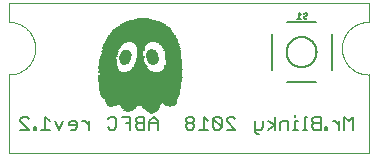
<source format=gbo>
G75*
%MOIN*%
%OFA0B0*%
%FSLAX25Y25*%
%IPPOS*%
%LPD*%
%AMOC8*
5,1,8,0,0,1.08239X$1,22.5*
%
%ADD10C,0.00000*%
%ADD11C,0.00800*%
%ADD12R,0.01000X0.00200*%
%ADD13R,0.02000X0.00200*%
%ADD14R,0.02800X0.00200*%
%ADD15R,0.01400X0.00200*%
%ADD16R,0.03200X0.00200*%
%ADD17R,0.02400X0.00200*%
%ADD18R,0.03800X0.00200*%
%ADD19R,0.03000X0.00200*%
%ADD20R,0.04000X0.00200*%
%ADD21R,0.03600X0.00200*%
%ADD22R,0.04400X0.00200*%
%ADD23R,0.04800X0.00200*%
%ADD24R,0.05200X0.00200*%
%ADD25R,0.05400X0.00200*%
%ADD26R,0.05000X0.00200*%
%ADD27R,0.05800X0.00200*%
%ADD28R,0.01600X0.00200*%
%ADD29R,0.06000X0.00200*%
%ADD30R,0.00400X0.00200*%
%ADD31R,0.02600X0.00200*%
%ADD32R,0.13200X0.00200*%
%ADD33R,0.13800X0.00200*%
%ADD34R,0.18000X0.00200*%
%ADD35R,0.04200X0.00200*%
%ADD36R,0.18400X0.00200*%
%ADD37R,0.23600X0.00200*%
%ADD38R,0.23800X0.00200*%
%ADD39R,0.24400X0.00200*%
%ADD40R,0.24600X0.00200*%
%ADD41R,0.25200X0.00200*%
%ADD42R,0.25600X0.00200*%
%ADD43R,0.26000X0.00200*%
%ADD44R,0.26200X0.00200*%
%ADD45R,0.26400X0.00200*%
%ADD46R,0.26600X0.00200*%
%ADD47R,0.26800X0.00200*%
%ADD48R,0.27000X0.00200*%
%ADD49R,0.27200X0.00200*%
%ADD50R,0.27400X0.00200*%
%ADD51R,0.27600X0.00200*%
%ADD52R,0.27800X0.00200*%
%ADD53R,0.28000X0.00200*%
%ADD54R,0.07800X0.00200*%
%ADD55R,0.09200X0.00200*%
%ADD56R,0.00200X0.00200*%
%ADD57R,0.07600X0.00200*%
%ADD58R,0.07400X0.00200*%
%ADD59R,0.08400X0.00200*%
%ADD60R,0.07200X0.00200*%
%ADD61R,0.07000X0.00200*%
%ADD62R,0.06800X0.00200*%
%ADD63R,0.06600X0.00200*%
%ADD64R,0.06400X0.00200*%
%ADD65R,0.06200X0.00200*%
%ADD66R,0.05600X0.00200*%
%ADD67R,0.01200X0.00200*%
%ADD68R,0.03400X0.00200*%
%ADD69R,0.02200X0.00200*%
%ADD70R,0.04600X0.00200*%
%ADD71R,0.24200X0.00200*%
%ADD72R,0.24000X0.00200*%
%ADD73R,0.23400X0.00200*%
%ADD74R,0.23200X0.00200*%
%ADD75R,0.23000X0.00200*%
%ADD76R,0.22800X0.00200*%
%ADD77R,0.22400X0.00200*%
%ADD78R,0.22000X0.00200*%
%ADD79R,0.21600X0.00200*%
%ADD80R,0.21400X0.00200*%
%ADD81R,0.21200X0.00200*%
%ADD82R,0.20800X0.00200*%
%ADD83R,0.20600X0.00200*%
%ADD84R,0.20200X0.00200*%
%ADD85R,0.19800X0.00200*%
%ADD86R,0.19400X0.00200*%
%ADD87R,0.19000X0.00200*%
%ADD88R,0.18800X0.00200*%
%ADD89R,0.17200X0.00200*%
%ADD90R,0.16800X0.00200*%
%ADD91R,0.16400X0.00200*%
%ADD92R,0.15600X0.00200*%
%ADD93R,0.15200X0.00200*%
%ADD94R,0.14400X0.00200*%
%ADD95R,0.14000X0.00200*%
%ADD96R,0.13000X0.00200*%
%ADD97R,0.12400X0.00200*%
%ADD98R,0.11400X0.00200*%
%ADD99R,0.10600X0.00200*%
%ADD100R,0.09000X0.00200*%
%ADD101R,0.08000X0.00200*%
%ADD102C,0.00500*%
D10*
X0033333Y0005000D02*
X0033333Y0031250D01*
X0033546Y0031253D01*
X0033759Y0031260D01*
X0033972Y0031273D01*
X0034184Y0031291D01*
X0034396Y0031315D01*
X0034607Y0031343D01*
X0034817Y0031377D01*
X0035027Y0031416D01*
X0035236Y0031459D01*
X0035443Y0031508D01*
X0035649Y0031562D01*
X0035854Y0031621D01*
X0036057Y0031685D01*
X0036259Y0031754D01*
X0036459Y0031827D01*
X0036657Y0031906D01*
X0036853Y0031989D01*
X0037047Y0032077D01*
X0037239Y0032170D01*
X0037428Y0032268D01*
X0037615Y0032370D01*
X0037800Y0032476D01*
X0037982Y0032587D01*
X0038161Y0032703D01*
X0038337Y0032822D01*
X0038511Y0032946D01*
X0038681Y0033074D01*
X0038848Y0033207D01*
X0039012Y0033343D01*
X0039172Y0033483D01*
X0039329Y0033627D01*
X0039482Y0033775D01*
X0039632Y0033927D01*
X0039778Y0034082D01*
X0039920Y0034241D01*
X0040059Y0034403D01*
X0040193Y0034568D01*
X0040323Y0034737D01*
X0040449Y0034909D01*
X0040571Y0035084D01*
X0040689Y0035261D01*
X0040802Y0035442D01*
X0040911Y0035625D01*
X0041015Y0035811D01*
X0041115Y0035999D01*
X0041210Y0036190D01*
X0041300Y0036383D01*
X0041386Y0036578D01*
X0041467Y0036775D01*
X0041543Y0036974D01*
X0041614Y0037175D01*
X0041681Y0037377D01*
X0041742Y0037581D01*
X0041798Y0037787D01*
X0041850Y0037994D01*
X0041896Y0038202D01*
X0041937Y0038411D01*
X0041974Y0038621D01*
X0042005Y0038831D01*
X0042031Y0039043D01*
X0042051Y0039255D01*
X0042067Y0039468D01*
X0042077Y0039680D01*
X0042082Y0039893D01*
X0042082Y0040107D01*
X0042077Y0040320D01*
X0042067Y0040532D01*
X0042051Y0040745D01*
X0042031Y0040957D01*
X0042005Y0041169D01*
X0041974Y0041379D01*
X0041937Y0041589D01*
X0041896Y0041798D01*
X0041850Y0042006D01*
X0041798Y0042213D01*
X0041742Y0042419D01*
X0041681Y0042623D01*
X0041614Y0042825D01*
X0041543Y0043026D01*
X0041467Y0043225D01*
X0041386Y0043422D01*
X0041300Y0043617D01*
X0041210Y0043810D01*
X0041115Y0044001D01*
X0041015Y0044189D01*
X0040911Y0044375D01*
X0040802Y0044558D01*
X0040689Y0044739D01*
X0040571Y0044916D01*
X0040449Y0045091D01*
X0040323Y0045263D01*
X0040193Y0045432D01*
X0040059Y0045597D01*
X0039920Y0045759D01*
X0039778Y0045918D01*
X0039632Y0046073D01*
X0039482Y0046225D01*
X0039329Y0046373D01*
X0039172Y0046517D01*
X0039012Y0046657D01*
X0038848Y0046793D01*
X0038681Y0046926D01*
X0038511Y0047054D01*
X0038337Y0047178D01*
X0038161Y0047297D01*
X0037982Y0047413D01*
X0037800Y0047524D01*
X0037615Y0047630D01*
X0037428Y0047732D01*
X0037239Y0047830D01*
X0037047Y0047923D01*
X0036853Y0048011D01*
X0036657Y0048094D01*
X0036459Y0048173D01*
X0036259Y0048246D01*
X0036057Y0048315D01*
X0035854Y0048379D01*
X0035649Y0048438D01*
X0035443Y0048492D01*
X0035236Y0048541D01*
X0035027Y0048584D01*
X0034817Y0048623D01*
X0034607Y0048657D01*
X0034396Y0048685D01*
X0034184Y0048709D01*
X0033972Y0048727D01*
X0033759Y0048740D01*
X0033546Y0048747D01*
X0033333Y0048750D01*
X0033333Y0054961D01*
X0153333Y0055000D01*
X0153333Y0048750D01*
X0153119Y0048754D01*
X0152905Y0048753D01*
X0152691Y0048746D01*
X0152477Y0048735D01*
X0152264Y0048718D01*
X0152051Y0048696D01*
X0151839Y0048668D01*
X0151627Y0048636D01*
X0151416Y0048598D01*
X0151207Y0048556D01*
X0150998Y0048508D01*
X0150790Y0048455D01*
X0150584Y0048397D01*
X0150380Y0048334D01*
X0150177Y0048266D01*
X0149975Y0048193D01*
X0149776Y0048115D01*
X0149578Y0048032D01*
X0149383Y0047944D01*
X0149190Y0047852D01*
X0148999Y0047755D01*
X0148811Y0047653D01*
X0148625Y0047547D01*
X0148441Y0047436D01*
X0148261Y0047321D01*
X0148083Y0047202D01*
X0147909Y0047078D01*
X0147737Y0046950D01*
X0147569Y0046818D01*
X0147404Y0046681D01*
X0147242Y0046541D01*
X0147084Y0046397D01*
X0146929Y0046249D01*
X0146778Y0046097D01*
X0146631Y0045941D01*
X0146488Y0045782D01*
X0146348Y0045620D01*
X0146213Y0045454D01*
X0146081Y0045285D01*
X0145954Y0045113D01*
X0145831Y0044937D01*
X0145713Y0044759D01*
X0145598Y0044578D01*
X0145489Y0044394D01*
X0145384Y0044208D01*
X0145283Y0044019D01*
X0145187Y0043827D01*
X0145096Y0043634D01*
X0145009Y0043438D01*
X0144928Y0043240D01*
X0144851Y0043040D01*
X0144779Y0042838D01*
X0144712Y0042635D01*
X0144650Y0042430D01*
X0144593Y0042224D01*
X0144541Y0042016D01*
X0144495Y0041807D01*
X0144453Y0041597D01*
X0144416Y0041386D01*
X0144385Y0041174D01*
X0144359Y0040962D01*
X0144338Y0040748D01*
X0144322Y0040535D01*
X0144312Y0040321D01*
X0144307Y0040107D01*
X0144307Y0039893D01*
X0144312Y0039679D01*
X0144322Y0039465D01*
X0144338Y0039252D01*
X0144359Y0039038D01*
X0144385Y0038826D01*
X0144416Y0038614D01*
X0144453Y0038403D01*
X0144495Y0038193D01*
X0144541Y0037984D01*
X0144593Y0037776D01*
X0144650Y0037570D01*
X0144712Y0037365D01*
X0144779Y0037162D01*
X0144851Y0036960D01*
X0144928Y0036760D01*
X0145009Y0036562D01*
X0145096Y0036366D01*
X0145187Y0036173D01*
X0145283Y0035981D01*
X0145384Y0035792D01*
X0145489Y0035606D01*
X0145598Y0035422D01*
X0145713Y0035241D01*
X0145831Y0035063D01*
X0145954Y0034887D01*
X0146081Y0034715D01*
X0146213Y0034546D01*
X0146348Y0034380D01*
X0146488Y0034218D01*
X0146631Y0034059D01*
X0146778Y0033903D01*
X0146929Y0033751D01*
X0147084Y0033603D01*
X0147242Y0033459D01*
X0147404Y0033319D01*
X0147569Y0033182D01*
X0147737Y0033050D01*
X0147909Y0032922D01*
X0148083Y0032798D01*
X0148261Y0032679D01*
X0148441Y0032564D01*
X0148625Y0032453D01*
X0148811Y0032347D01*
X0148999Y0032245D01*
X0149190Y0032148D01*
X0149383Y0032056D01*
X0149578Y0031968D01*
X0149776Y0031885D01*
X0149975Y0031807D01*
X0150177Y0031734D01*
X0150380Y0031666D01*
X0150584Y0031603D01*
X0150790Y0031545D01*
X0150998Y0031492D01*
X0151207Y0031444D01*
X0151416Y0031402D01*
X0151627Y0031364D01*
X0151839Y0031332D01*
X0152051Y0031304D01*
X0152264Y0031282D01*
X0152477Y0031265D01*
X0152691Y0031254D01*
X0152905Y0031247D01*
X0153119Y0031246D01*
X0153333Y0031250D01*
X0153333Y0005000D01*
X0033333Y0005000D01*
D11*
X0037161Y0012900D02*
X0039963Y0012900D01*
X0037161Y0015702D01*
X0037161Y0016403D01*
X0037862Y0017104D01*
X0039263Y0017104D01*
X0039963Y0016403D01*
X0041565Y0013601D02*
X0041565Y0012900D01*
X0042265Y0012900D01*
X0042265Y0013601D01*
X0041565Y0013601D01*
X0044067Y0012900D02*
X0046869Y0012900D01*
X0045468Y0012900D02*
X0045468Y0017104D01*
X0046869Y0015702D01*
X0048671Y0015702D02*
X0050072Y0012900D01*
X0051473Y0015702D01*
X0053275Y0015002D02*
X0053275Y0014301D01*
X0056077Y0014301D01*
X0056077Y0013601D02*
X0056077Y0015002D01*
X0055377Y0015702D01*
X0053975Y0015702D01*
X0053275Y0015002D01*
X0055377Y0012900D02*
X0056077Y0013601D01*
X0055377Y0012900D02*
X0053975Y0012900D01*
X0057812Y0015702D02*
X0058513Y0015702D01*
X0059914Y0014301D01*
X0059914Y0012900D02*
X0059914Y0015702D01*
X0066319Y0016403D02*
X0067020Y0017104D01*
X0068421Y0017104D01*
X0069122Y0016403D01*
X0069122Y0013601D01*
X0068421Y0012900D01*
X0067020Y0012900D01*
X0066319Y0013601D01*
X0070923Y0017104D02*
X0073725Y0017104D01*
X0073725Y0012900D01*
X0075527Y0013601D02*
X0076228Y0012900D01*
X0078329Y0012900D01*
X0078329Y0017104D01*
X0076228Y0017104D01*
X0075527Y0016403D01*
X0075527Y0015702D01*
X0076228Y0015002D01*
X0078329Y0015002D01*
X0080131Y0015002D02*
X0082933Y0015002D01*
X0082933Y0015702D02*
X0081532Y0017104D01*
X0080131Y0015702D01*
X0080131Y0012900D01*
X0082933Y0012900D02*
X0082933Y0015702D01*
X0076228Y0015002D02*
X0075527Y0014301D01*
X0075527Y0013601D01*
X0073725Y0015002D02*
X0072324Y0015002D01*
X0092186Y0015702D02*
X0092886Y0015002D01*
X0094288Y0015002D01*
X0094988Y0015702D01*
X0094988Y0016403D01*
X0094288Y0017104D01*
X0092886Y0017104D01*
X0092186Y0016403D01*
X0092186Y0015702D01*
X0092886Y0015002D02*
X0092186Y0014301D01*
X0092186Y0013601D01*
X0092886Y0012900D01*
X0094288Y0012900D01*
X0094988Y0013601D01*
X0094988Y0014301D01*
X0094288Y0015002D01*
X0096790Y0012900D02*
X0099592Y0012900D01*
X0098191Y0012900D02*
X0098191Y0017104D01*
X0099592Y0015702D01*
X0101394Y0016403D02*
X0104196Y0013601D01*
X0103495Y0012900D01*
X0102094Y0012900D01*
X0101394Y0013601D01*
X0101394Y0016403D01*
X0102094Y0017104D01*
X0103495Y0017104D01*
X0104196Y0016403D01*
X0104196Y0013601D01*
X0105998Y0012900D02*
X0108800Y0012900D01*
X0105998Y0015702D01*
X0105998Y0016403D01*
X0106698Y0017104D01*
X0108099Y0017104D01*
X0108800Y0016403D01*
X0115205Y0015702D02*
X0115205Y0012199D01*
X0115906Y0011499D01*
X0116607Y0011499D01*
X0117307Y0012900D02*
X0115205Y0012900D01*
X0117307Y0012900D02*
X0118008Y0013601D01*
X0118008Y0015702D01*
X0119743Y0015702D02*
X0121844Y0014301D01*
X0119743Y0012900D01*
X0121844Y0012900D02*
X0121844Y0017104D01*
X0123646Y0015002D02*
X0123646Y0012900D01*
X0126448Y0012900D02*
X0126448Y0015702D01*
X0124347Y0015702D01*
X0123646Y0015002D01*
X0128116Y0012900D02*
X0129518Y0012900D01*
X0128817Y0012900D02*
X0128817Y0015702D01*
X0129518Y0015702D01*
X0128817Y0017104D02*
X0128817Y0017804D01*
X0131886Y0017104D02*
X0131886Y0012900D01*
X0131186Y0012900D02*
X0132587Y0012900D01*
X0134388Y0013601D02*
X0135089Y0012900D01*
X0137191Y0012900D01*
X0137191Y0017104D01*
X0135089Y0017104D01*
X0134388Y0016403D01*
X0134388Y0015702D01*
X0135089Y0015002D01*
X0137191Y0015002D01*
X0135089Y0015002D02*
X0134388Y0014301D01*
X0134388Y0013601D01*
X0138792Y0013601D02*
X0138792Y0012900D01*
X0139493Y0012900D01*
X0139493Y0013601D01*
X0138792Y0013601D01*
X0141228Y0015702D02*
X0141928Y0015702D01*
X0143329Y0014301D01*
X0143329Y0012900D02*
X0143329Y0015702D01*
X0145131Y0017104D02*
X0145131Y0012900D01*
X0147933Y0012900D02*
X0147933Y0017104D01*
X0146532Y0015702D01*
X0145131Y0017104D01*
X0132587Y0017104D02*
X0131886Y0017104D01*
X0135715Y0028750D02*
X0125951Y0028750D01*
X0120833Y0032687D02*
X0120833Y0044813D01*
X0125833Y0048750D02*
X0135715Y0048750D01*
X0140833Y0044813D02*
X0140833Y0032687D01*
X0125833Y0038750D02*
X0125835Y0038891D01*
X0125841Y0039032D01*
X0125851Y0039172D01*
X0125865Y0039312D01*
X0125883Y0039452D01*
X0125904Y0039591D01*
X0125930Y0039730D01*
X0125959Y0039868D01*
X0125993Y0040004D01*
X0126030Y0040140D01*
X0126071Y0040275D01*
X0126116Y0040409D01*
X0126165Y0040541D01*
X0126217Y0040672D01*
X0126273Y0040801D01*
X0126333Y0040928D01*
X0126396Y0041054D01*
X0126462Y0041178D01*
X0126533Y0041301D01*
X0126606Y0041421D01*
X0126683Y0041539D01*
X0126763Y0041655D01*
X0126847Y0041768D01*
X0126933Y0041879D01*
X0127023Y0041988D01*
X0127116Y0042094D01*
X0127211Y0042197D01*
X0127310Y0042298D01*
X0127411Y0042396D01*
X0127515Y0042491D01*
X0127622Y0042583D01*
X0127731Y0042672D01*
X0127843Y0042757D01*
X0127957Y0042840D01*
X0128073Y0042920D01*
X0128192Y0042996D01*
X0128313Y0043068D01*
X0128435Y0043138D01*
X0128560Y0043203D01*
X0128686Y0043266D01*
X0128814Y0043324D01*
X0128944Y0043379D01*
X0129075Y0043431D01*
X0129208Y0043478D01*
X0129342Y0043522D01*
X0129477Y0043563D01*
X0129613Y0043599D01*
X0129750Y0043631D01*
X0129888Y0043660D01*
X0130026Y0043685D01*
X0130166Y0043705D01*
X0130306Y0043722D01*
X0130446Y0043735D01*
X0130587Y0043744D01*
X0130727Y0043749D01*
X0130868Y0043750D01*
X0131009Y0043747D01*
X0131150Y0043740D01*
X0131290Y0043729D01*
X0131430Y0043714D01*
X0131570Y0043695D01*
X0131709Y0043673D01*
X0131847Y0043646D01*
X0131985Y0043616D01*
X0132121Y0043581D01*
X0132257Y0043543D01*
X0132391Y0043501D01*
X0132525Y0043455D01*
X0132657Y0043406D01*
X0132787Y0043352D01*
X0132916Y0043295D01*
X0133043Y0043235D01*
X0133169Y0043171D01*
X0133292Y0043103D01*
X0133414Y0043032D01*
X0133534Y0042958D01*
X0133651Y0042880D01*
X0133766Y0042799D01*
X0133879Y0042715D01*
X0133990Y0042628D01*
X0134098Y0042537D01*
X0134203Y0042444D01*
X0134306Y0042347D01*
X0134406Y0042248D01*
X0134503Y0042146D01*
X0134597Y0042041D01*
X0134688Y0041934D01*
X0134776Y0041824D01*
X0134861Y0041712D01*
X0134943Y0041597D01*
X0135022Y0041480D01*
X0135097Y0041361D01*
X0135169Y0041240D01*
X0135237Y0041117D01*
X0135302Y0040992D01*
X0135364Y0040865D01*
X0135421Y0040736D01*
X0135476Y0040606D01*
X0135526Y0040475D01*
X0135573Y0040342D01*
X0135616Y0040208D01*
X0135655Y0040072D01*
X0135690Y0039936D01*
X0135722Y0039799D01*
X0135749Y0039661D01*
X0135773Y0039522D01*
X0135793Y0039382D01*
X0135809Y0039242D01*
X0135821Y0039102D01*
X0135829Y0038961D01*
X0135833Y0038820D01*
X0135833Y0038680D01*
X0135829Y0038539D01*
X0135821Y0038398D01*
X0135809Y0038258D01*
X0135793Y0038118D01*
X0135773Y0037978D01*
X0135749Y0037839D01*
X0135722Y0037701D01*
X0135690Y0037564D01*
X0135655Y0037428D01*
X0135616Y0037292D01*
X0135573Y0037158D01*
X0135526Y0037025D01*
X0135476Y0036894D01*
X0135421Y0036764D01*
X0135364Y0036635D01*
X0135302Y0036508D01*
X0135237Y0036383D01*
X0135169Y0036260D01*
X0135097Y0036139D01*
X0135022Y0036020D01*
X0134943Y0035903D01*
X0134861Y0035788D01*
X0134776Y0035676D01*
X0134688Y0035566D01*
X0134597Y0035459D01*
X0134503Y0035354D01*
X0134406Y0035252D01*
X0134306Y0035153D01*
X0134203Y0035056D01*
X0134098Y0034963D01*
X0133990Y0034872D01*
X0133879Y0034785D01*
X0133766Y0034701D01*
X0133651Y0034620D01*
X0133534Y0034542D01*
X0133414Y0034468D01*
X0133292Y0034397D01*
X0133169Y0034329D01*
X0133043Y0034265D01*
X0132916Y0034205D01*
X0132787Y0034148D01*
X0132657Y0034094D01*
X0132525Y0034045D01*
X0132391Y0033999D01*
X0132257Y0033957D01*
X0132121Y0033919D01*
X0131985Y0033884D01*
X0131847Y0033854D01*
X0131709Y0033827D01*
X0131570Y0033805D01*
X0131430Y0033786D01*
X0131290Y0033771D01*
X0131150Y0033760D01*
X0131009Y0033753D01*
X0130868Y0033750D01*
X0130727Y0033751D01*
X0130587Y0033756D01*
X0130446Y0033765D01*
X0130306Y0033778D01*
X0130166Y0033795D01*
X0130026Y0033815D01*
X0129888Y0033840D01*
X0129750Y0033869D01*
X0129613Y0033901D01*
X0129477Y0033937D01*
X0129342Y0033978D01*
X0129208Y0034022D01*
X0129075Y0034069D01*
X0128944Y0034121D01*
X0128814Y0034176D01*
X0128686Y0034234D01*
X0128560Y0034297D01*
X0128435Y0034362D01*
X0128313Y0034432D01*
X0128192Y0034504D01*
X0128073Y0034580D01*
X0127957Y0034660D01*
X0127843Y0034743D01*
X0127731Y0034828D01*
X0127622Y0034917D01*
X0127515Y0035009D01*
X0127411Y0035104D01*
X0127310Y0035202D01*
X0127211Y0035303D01*
X0127116Y0035406D01*
X0127023Y0035512D01*
X0126933Y0035621D01*
X0126847Y0035732D01*
X0126763Y0035845D01*
X0126683Y0035961D01*
X0126606Y0036079D01*
X0126533Y0036199D01*
X0126462Y0036322D01*
X0126396Y0036446D01*
X0126333Y0036572D01*
X0126273Y0036699D01*
X0126217Y0036828D01*
X0126165Y0036959D01*
X0126116Y0037091D01*
X0126071Y0037225D01*
X0126030Y0037360D01*
X0125993Y0037496D01*
X0125959Y0037632D01*
X0125930Y0037770D01*
X0125904Y0037909D01*
X0125883Y0038048D01*
X0125865Y0038188D01*
X0125851Y0038328D01*
X0125841Y0038468D01*
X0125835Y0038609D01*
X0125833Y0038750D01*
D12*
X0080933Y0039400D03*
X0081133Y0018200D03*
D13*
X0081033Y0018400D03*
X0081433Y0034600D03*
X0080833Y0039200D03*
X0072433Y0039000D03*
X0071833Y0034600D03*
D14*
X0071833Y0035000D03*
X0077033Y0035400D03*
X0077033Y0035600D03*
X0077033Y0035800D03*
X0081433Y0035000D03*
X0072433Y0038600D03*
X0077233Y0040000D03*
X0077233Y0040200D03*
X0087033Y0020600D03*
X0081033Y0018600D03*
D15*
X0073133Y0018800D03*
X0071733Y0034400D03*
D16*
X0072033Y0035400D03*
X0072433Y0038400D03*
X0077233Y0040600D03*
X0081433Y0035200D03*
X0087033Y0020800D03*
X0081033Y0018800D03*
X0067633Y0020800D03*
D17*
X0073233Y0019000D03*
X0071833Y0034800D03*
X0077233Y0036600D03*
X0077233Y0036800D03*
X0077233Y0037000D03*
X0077233Y0039000D03*
X0077233Y0039200D03*
X0077233Y0039400D03*
X0077233Y0039600D03*
X0077233Y0039800D03*
X0080833Y0039000D03*
X0081433Y0034800D03*
X0072433Y0038800D03*
D18*
X0072333Y0037600D03*
X0072133Y0037200D03*
X0072133Y0037000D03*
X0077133Y0034400D03*
X0077133Y0034200D03*
X0081333Y0035800D03*
X0081333Y0036000D03*
X0077333Y0041000D03*
X0078133Y0049600D03*
X0086933Y0021000D03*
X0080933Y0019000D03*
D19*
X0073133Y0019200D03*
X0071933Y0035200D03*
X0077133Y0035200D03*
X0080933Y0038600D03*
X0080933Y0038800D03*
X0077333Y0040400D03*
D20*
X0081033Y0038000D03*
X0081033Y0037800D03*
X0081233Y0036600D03*
X0081233Y0036400D03*
X0081233Y0036200D03*
X0077233Y0034000D03*
X0072033Y0036200D03*
X0072033Y0036400D03*
X0072033Y0036600D03*
X0072033Y0036800D03*
X0072233Y0037400D03*
X0073233Y0019600D03*
X0080833Y0019200D03*
D21*
X0073233Y0019400D03*
X0067833Y0021000D03*
X0077033Y0034600D03*
X0081433Y0035400D03*
X0081433Y0035600D03*
X0081033Y0038200D03*
X0081033Y0038400D03*
X0072233Y0038000D03*
X0072233Y0037800D03*
X0072033Y0036000D03*
X0072033Y0035800D03*
D22*
X0086833Y0021400D03*
X0080833Y0019400D03*
X0073233Y0019800D03*
D23*
X0073233Y0020000D03*
X0080833Y0019600D03*
X0086833Y0021600D03*
X0077233Y0033600D03*
D24*
X0080633Y0019800D03*
D25*
X0080733Y0020000D03*
X0073333Y0020400D03*
X0077133Y0033000D03*
X0088133Y0036200D03*
X0088133Y0036400D03*
X0088133Y0036600D03*
X0088133Y0036800D03*
X0088133Y0037000D03*
X0088133Y0037200D03*
X0087933Y0038200D03*
X0087933Y0038400D03*
D26*
X0077333Y0041600D03*
X0077133Y0033400D03*
X0077133Y0033200D03*
X0073333Y0020200D03*
D27*
X0080733Y0020200D03*
X0077133Y0032600D03*
X0077133Y0032800D03*
X0088133Y0033400D03*
X0088133Y0033600D03*
X0088133Y0033800D03*
X0088133Y0034000D03*
X0087733Y0039000D03*
X0087533Y0039600D03*
X0087533Y0039800D03*
X0087333Y0040200D03*
X0077333Y0041800D03*
X0067533Y0040400D03*
X0067533Y0040200D03*
X0067333Y0040000D03*
X0067333Y0039800D03*
X0066933Y0038800D03*
X0066533Y0037200D03*
X0066333Y0036200D03*
X0066333Y0036000D03*
X0066333Y0035800D03*
X0066333Y0035600D03*
X0066333Y0035400D03*
X0066333Y0035200D03*
X0066333Y0035000D03*
X0078133Y0049400D03*
D28*
X0072433Y0039200D03*
X0067433Y0020400D03*
D29*
X0080633Y0020400D03*
X0088033Y0033200D03*
X0087433Y0040000D03*
X0087233Y0040400D03*
X0087033Y0040800D03*
X0067833Y0040800D03*
X0067633Y0040600D03*
X0066233Y0034800D03*
X0066233Y0034600D03*
D30*
X0087033Y0020400D03*
D31*
X0067533Y0020600D03*
X0077133Y0036000D03*
X0077133Y0036200D03*
X0077133Y0036400D03*
D32*
X0077033Y0020800D03*
X0077033Y0020600D03*
D33*
X0076933Y0021000D03*
D34*
X0074833Y0021200D03*
X0077833Y0046600D03*
D35*
X0077333Y0041200D03*
X0081133Y0037600D03*
X0081133Y0037400D03*
X0081133Y0037200D03*
X0081133Y0037000D03*
X0081133Y0036800D03*
X0077133Y0033800D03*
X0086933Y0021200D03*
D36*
X0074833Y0021400D03*
X0074833Y0021600D03*
X0077833Y0046400D03*
D37*
X0077433Y0022000D03*
X0077433Y0021800D03*
D38*
X0077333Y0022200D03*
X0077333Y0022400D03*
X0077333Y0022600D03*
X0077333Y0022800D03*
X0077533Y0042600D03*
X0077533Y0042800D03*
D39*
X0077233Y0023000D03*
D40*
X0077133Y0023200D03*
D41*
X0077033Y0023400D03*
D42*
X0077033Y0023600D03*
D43*
X0077033Y0023800D03*
X0077033Y0024000D03*
D44*
X0077133Y0024200D03*
D45*
X0077033Y0024400D03*
X0077033Y0024600D03*
D46*
X0077133Y0024800D03*
D47*
X0077033Y0025000D03*
X0077033Y0025200D03*
X0077033Y0025400D03*
X0077033Y0025600D03*
X0077033Y0026000D03*
D48*
X0077133Y0026200D03*
X0077133Y0025800D03*
D49*
X0077033Y0026400D03*
X0077033Y0026600D03*
X0077033Y0026800D03*
D50*
X0077133Y0027000D03*
X0077133Y0027200D03*
X0077133Y0027400D03*
X0077133Y0027600D03*
X0077133Y0027800D03*
D51*
X0077033Y0028000D03*
X0077033Y0028200D03*
X0077033Y0028400D03*
X0077233Y0030800D03*
X0077233Y0031000D03*
X0077233Y0031200D03*
X0077233Y0031400D03*
D52*
X0077133Y0031600D03*
X0077133Y0030600D03*
X0077133Y0030400D03*
X0077133Y0030200D03*
X0077133Y0029800D03*
X0077133Y0029600D03*
X0077133Y0029400D03*
X0077133Y0029200D03*
X0077133Y0029000D03*
X0077133Y0028800D03*
X0077133Y0028600D03*
D53*
X0077233Y0030000D03*
D54*
X0067133Y0031800D03*
D55*
X0077033Y0031800D03*
D56*
X0081933Y0031800D03*
D57*
X0087233Y0031800D03*
X0085833Y0042000D03*
X0069033Y0042000D03*
D58*
X0086133Y0041800D03*
X0076933Y0032200D03*
X0066933Y0032000D03*
D59*
X0077033Y0032000D03*
D60*
X0087433Y0032000D03*
X0068833Y0041800D03*
D61*
X0066733Y0032200D03*
D62*
X0066633Y0032400D03*
X0066633Y0032600D03*
X0077233Y0042000D03*
X0086433Y0041600D03*
X0087633Y0032200D03*
D63*
X0087733Y0032400D03*
X0077133Y0032400D03*
X0066533Y0032800D03*
X0068333Y0041400D03*
X0068533Y0041600D03*
X0086533Y0041400D03*
X0086733Y0041200D03*
D64*
X0086833Y0041000D03*
X0087833Y0032600D03*
X0068033Y0041200D03*
X0066433Y0033600D03*
X0066433Y0033400D03*
X0066433Y0033200D03*
X0066433Y0033000D03*
D65*
X0066333Y0033800D03*
X0066333Y0034000D03*
X0066333Y0034200D03*
X0066333Y0034400D03*
X0067933Y0041000D03*
X0087133Y0040600D03*
X0087933Y0033000D03*
X0087933Y0032800D03*
D66*
X0088233Y0034200D03*
X0088233Y0034400D03*
X0088233Y0034600D03*
X0088233Y0034800D03*
X0088233Y0035000D03*
X0088233Y0035200D03*
X0088233Y0035400D03*
X0088233Y0035600D03*
X0088233Y0035800D03*
X0088233Y0036000D03*
X0088033Y0037400D03*
X0088033Y0037600D03*
X0088033Y0037800D03*
X0088033Y0038000D03*
X0087833Y0038600D03*
X0087833Y0038800D03*
X0087633Y0039200D03*
X0087633Y0039400D03*
X0067233Y0039400D03*
X0067233Y0039600D03*
X0067033Y0039200D03*
X0067033Y0039000D03*
X0066833Y0038600D03*
X0066833Y0038400D03*
X0066833Y0038200D03*
X0066833Y0038000D03*
X0066833Y0037800D03*
X0066633Y0037600D03*
X0066633Y0037400D03*
X0066433Y0037000D03*
X0066433Y0036800D03*
X0066433Y0036600D03*
X0066433Y0036400D03*
D67*
X0081433Y0034400D03*
D68*
X0077133Y0034800D03*
X0077133Y0035000D03*
X0071933Y0035600D03*
X0072333Y0038200D03*
X0077333Y0040800D03*
D69*
X0077133Y0038800D03*
X0077133Y0038600D03*
X0077133Y0038400D03*
X0077133Y0038200D03*
X0077133Y0038000D03*
X0077133Y0037800D03*
X0077133Y0037600D03*
X0077133Y0037400D03*
X0077133Y0037200D03*
D70*
X0077333Y0041400D03*
D71*
X0077533Y0042200D03*
D72*
X0077633Y0042400D03*
D73*
X0077533Y0043000D03*
D74*
X0077633Y0043200D03*
D75*
X0077533Y0043400D03*
D76*
X0077633Y0043600D03*
D77*
X0077633Y0043800D03*
X0077633Y0044000D03*
D78*
X0077633Y0044200D03*
D79*
X0077633Y0044400D03*
D80*
X0077733Y0044600D03*
D81*
X0077633Y0044800D03*
D82*
X0077633Y0045000D03*
D83*
X0077733Y0045200D03*
D84*
X0077733Y0045400D03*
D85*
X0077733Y0045600D03*
D86*
X0077733Y0045800D03*
D87*
X0077733Y0046000D03*
D88*
X0077833Y0046200D03*
D89*
X0077833Y0046800D03*
D90*
X0077833Y0047000D03*
D91*
X0077833Y0047200D03*
D92*
X0077833Y0047400D03*
D93*
X0077833Y0047600D03*
D94*
X0077833Y0047800D03*
D95*
X0077833Y0048000D03*
D96*
X0077933Y0048200D03*
D97*
X0077833Y0048400D03*
D98*
X0077933Y0048600D03*
D99*
X0077933Y0048800D03*
D100*
X0077933Y0049000D03*
D101*
X0078033Y0049200D03*
D102*
X0129316Y0049850D02*
X0130583Y0049850D01*
X0129949Y0049850D02*
X0129949Y0051752D01*
X0130583Y0051118D01*
X0131525Y0051435D02*
X0131842Y0051752D01*
X0132476Y0051752D01*
X0132793Y0051435D01*
X0132793Y0051118D01*
X0132476Y0050801D01*
X0131842Y0050801D01*
X0131525Y0050484D01*
X0131525Y0050167D01*
X0131842Y0049850D01*
X0132476Y0049850D01*
X0132793Y0050167D01*
M02*

</source>
